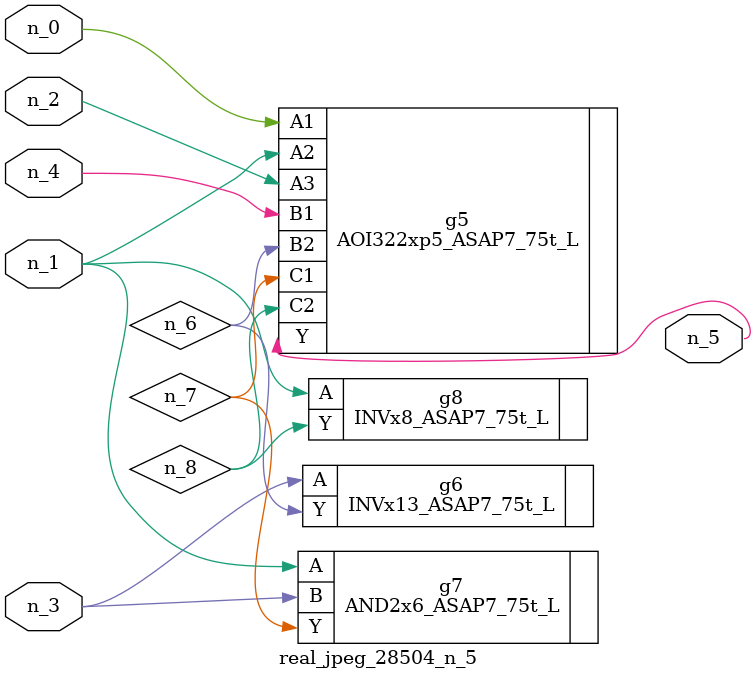
<source format=v>
module real_jpeg_28504_n_5 (n_4, n_0, n_1, n_2, n_3, n_5);

input n_4;
input n_0;
input n_1;
input n_2;
input n_3;

output n_5;

wire n_8;
wire n_6;
wire n_7;

AOI322xp5_ASAP7_75t_L g5 ( 
.A1(n_0),
.A2(n_1),
.A3(n_2),
.B1(n_4),
.B2(n_6),
.C1(n_7),
.C2(n_8),
.Y(n_5)
);

AND2x6_ASAP7_75t_L g7 ( 
.A(n_1),
.B(n_3),
.Y(n_7)
);

INVx8_ASAP7_75t_L g8 ( 
.A(n_1),
.Y(n_8)
);

INVx13_ASAP7_75t_L g6 ( 
.A(n_3),
.Y(n_6)
);


endmodule
</source>
